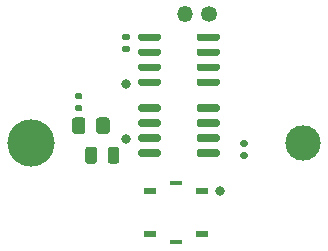
<source format=gbr>
%TF.GenerationSoftware,KiCad,Pcbnew,(5.1.12)-1*%
%TF.CreationDate,2022-04-14T16:35:20-05:00*%
%TF.ProjectId,bone_stim_pulsed_v3,626f6e65-5f73-4746-996d-5f70756c7365,rev?*%
%TF.SameCoordinates,Original*%
%TF.FileFunction,Soldermask,Top*%
%TF.FilePolarity,Negative*%
%FSLAX46Y46*%
G04 Gerber Fmt 4.6, Leading zero omitted, Abs format (unit mm)*
G04 Created by KiCad (PCBNEW (5.1.12)-1) date 2022-04-14 16:35:20*
%MOMM*%
%LPD*%
G01*
G04 APERTURE LIST*
%ADD10C,3.000000*%
%ADD11C,4.000000*%
%ADD12R,1.000000X0.600000*%
%ADD13R,1.000000X0.450000*%
%ADD14C,1.350000*%
%ADD15O,1.350000X1.350000*%
%ADD16C,0.800000*%
G04 APERTURE END LIST*
D10*
%TO.C, *%
X142990000Y-86000000D03*
D11*
X120000000Y-86000000D03*
%TD*%
D12*
%TO.C,SW*%
X130000000Y-90000000D03*
X134400000Y-90000000D03*
X134400000Y-93700000D03*
X130000000Y-93700000D03*
D13*
X132200000Y-89325000D03*
X132200000Y-94375000D03*
%TD*%
%TO.C,AT*%
G36*
G01*
X129025000Y-83150000D02*
X129025000Y-82850000D01*
G75*
G02*
X129175000Y-82700000I150000J0D01*
G01*
X130825000Y-82700000D01*
G75*
G02*
X130975000Y-82850000I0J-150000D01*
G01*
X130975000Y-83150000D01*
G75*
G02*
X130825000Y-83300000I-150000J0D01*
G01*
X129175000Y-83300000D01*
G75*
G02*
X129025000Y-83150000I0J150000D01*
G01*
G37*
G36*
G01*
X129025000Y-84420000D02*
X129025000Y-84120000D01*
G75*
G02*
X129175000Y-83970000I150000J0D01*
G01*
X130825000Y-83970000D01*
G75*
G02*
X130975000Y-84120000I0J-150000D01*
G01*
X130975000Y-84420000D01*
G75*
G02*
X130825000Y-84570000I-150000J0D01*
G01*
X129175000Y-84570000D01*
G75*
G02*
X129025000Y-84420000I0J150000D01*
G01*
G37*
G36*
G01*
X129025000Y-85690000D02*
X129025000Y-85390000D01*
G75*
G02*
X129175000Y-85240000I150000J0D01*
G01*
X130825000Y-85240000D01*
G75*
G02*
X130975000Y-85390000I0J-150000D01*
G01*
X130975000Y-85690000D01*
G75*
G02*
X130825000Y-85840000I-150000J0D01*
G01*
X129175000Y-85840000D01*
G75*
G02*
X129025000Y-85690000I0J150000D01*
G01*
G37*
G36*
G01*
X129025000Y-86960000D02*
X129025000Y-86660000D01*
G75*
G02*
X129175000Y-86510000I150000J0D01*
G01*
X130825000Y-86510000D01*
G75*
G02*
X130975000Y-86660000I0J-150000D01*
G01*
X130975000Y-86960000D01*
G75*
G02*
X130825000Y-87110000I-150000J0D01*
G01*
X129175000Y-87110000D01*
G75*
G02*
X129025000Y-86960000I0J150000D01*
G01*
G37*
G36*
G01*
X133975000Y-86960000D02*
X133975000Y-86660000D01*
G75*
G02*
X134125000Y-86510000I150000J0D01*
G01*
X135775000Y-86510000D01*
G75*
G02*
X135925000Y-86660000I0J-150000D01*
G01*
X135925000Y-86960000D01*
G75*
G02*
X135775000Y-87110000I-150000J0D01*
G01*
X134125000Y-87110000D01*
G75*
G02*
X133975000Y-86960000I0J150000D01*
G01*
G37*
G36*
G01*
X133975000Y-85690000D02*
X133975000Y-85390000D01*
G75*
G02*
X134125000Y-85240000I150000J0D01*
G01*
X135775000Y-85240000D01*
G75*
G02*
X135925000Y-85390000I0J-150000D01*
G01*
X135925000Y-85690000D01*
G75*
G02*
X135775000Y-85840000I-150000J0D01*
G01*
X134125000Y-85840000D01*
G75*
G02*
X133975000Y-85690000I0J150000D01*
G01*
G37*
G36*
G01*
X133975000Y-84420000D02*
X133975000Y-84120000D01*
G75*
G02*
X134125000Y-83970000I150000J0D01*
G01*
X135775000Y-83970000D01*
G75*
G02*
X135925000Y-84120000I0J-150000D01*
G01*
X135925000Y-84420000D01*
G75*
G02*
X135775000Y-84570000I-150000J0D01*
G01*
X134125000Y-84570000D01*
G75*
G02*
X133975000Y-84420000I0J150000D01*
G01*
G37*
G36*
G01*
X133975000Y-83150000D02*
X133975000Y-82850000D01*
G75*
G02*
X134125000Y-82700000I150000J0D01*
G01*
X135775000Y-82700000D01*
G75*
G02*
X135925000Y-82850000I0J-150000D01*
G01*
X135925000Y-83150000D01*
G75*
G02*
X135775000Y-83300000I-150000J0D01*
G01*
X134125000Y-83300000D01*
G75*
G02*
X133975000Y-83150000I0J150000D01*
G01*
G37*
%TD*%
%TO.C,C1*%
G36*
G01*
X124550000Y-87475000D02*
X124550000Y-86525000D01*
G75*
G02*
X124800000Y-86275000I250000J0D01*
G01*
X125300000Y-86275000D01*
G75*
G02*
X125550000Y-86525000I0J-250000D01*
G01*
X125550000Y-87475000D01*
G75*
G02*
X125300000Y-87725000I-250000J0D01*
G01*
X124800000Y-87725000D01*
G75*
G02*
X124550000Y-87475000I0J250000D01*
G01*
G37*
G36*
G01*
X126450000Y-87475000D02*
X126450000Y-86525000D01*
G75*
G02*
X126700000Y-86275000I250000J0D01*
G01*
X127200000Y-86275000D01*
G75*
G02*
X127450000Y-86525000I0J-250000D01*
G01*
X127450000Y-87475000D01*
G75*
G02*
X127200000Y-87725000I-250000J0D01*
G01*
X126700000Y-87725000D01*
G75*
G02*
X126450000Y-87475000I0J250000D01*
G01*
G37*
%TD*%
%TO.C,Led*%
G36*
G01*
X126625000Y-84049999D02*
X126625000Y-84950001D01*
G75*
G02*
X126375001Y-85200000I-249999J0D01*
G01*
X125724999Y-85200000D01*
G75*
G02*
X125475000Y-84950001I0J249999D01*
G01*
X125475000Y-84049999D01*
G75*
G02*
X125724999Y-83800000I249999J0D01*
G01*
X126375001Y-83800000D01*
G75*
G02*
X126625000Y-84049999I0J-249999D01*
G01*
G37*
G36*
G01*
X124575000Y-84049999D02*
X124575000Y-84950001D01*
G75*
G02*
X124325001Y-85200000I-249999J0D01*
G01*
X123674999Y-85200000D01*
G75*
G02*
X123425000Y-84950001I0J249999D01*
G01*
X123425000Y-84049999D01*
G75*
G02*
X123674999Y-83800000I249999J0D01*
G01*
X124325001Y-83800000D01*
G75*
G02*
X124575000Y-84049999I0J-249999D01*
G01*
G37*
%TD*%
%TO.C,LM*%
G36*
G01*
X133975000Y-77150000D02*
X133975000Y-76850000D01*
G75*
G02*
X134125000Y-76700000I150000J0D01*
G01*
X135775000Y-76700000D01*
G75*
G02*
X135925000Y-76850000I0J-150000D01*
G01*
X135925000Y-77150000D01*
G75*
G02*
X135775000Y-77300000I-150000J0D01*
G01*
X134125000Y-77300000D01*
G75*
G02*
X133975000Y-77150000I0J150000D01*
G01*
G37*
G36*
G01*
X133975000Y-78420000D02*
X133975000Y-78120000D01*
G75*
G02*
X134125000Y-77970000I150000J0D01*
G01*
X135775000Y-77970000D01*
G75*
G02*
X135925000Y-78120000I0J-150000D01*
G01*
X135925000Y-78420000D01*
G75*
G02*
X135775000Y-78570000I-150000J0D01*
G01*
X134125000Y-78570000D01*
G75*
G02*
X133975000Y-78420000I0J150000D01*
G01*
G37*
G36*
G01*
X133975000Y-79690000D02*
X133975000Y-79390000D01*
G75*
G02*
X134125000Y-79240000I150000J0D01*
G01*
X135775000Y-79240000D01*
G75*
G02*
X135925000Y-79390000I0J-150000D01*
G01*
X135925000Y-79690000D01*
G75*
G02*
X135775000Y-79840000I-150000J0D01*
G01*
X134125000Y-79840000D01*
G75*
G02*
X133975000Y-79690000I0J150000D01*
G01*
G37*
G36*
G01*
X133975000Y-80960000D02*
X133975000Y-80660000D01*
G75*
G02*
X134125000Y-80510000I150000J0D01*
G01*
X135775000Y-80510000D01*
G75*
G02*
X135925000Y-80660000I0J-150000D01*
G01*
X135925000Y-80960000D01*
G75*
G02*
X135775000Y-81110000I-150000J0D01*
G01*
X134125000Y-81110000D01*
G75*
G02*
X133975000Y-80960000I0J150000D01*
G01*
G37*
G36*
G01*
X129025000Y-80960000D02*
X129025000Y-80660000D01*
G75*
G02*
X129175000Y-80510000I150000J0D01*
G01*
X130825000Y-80510000D01*
G75*
G02*
X130975000Y-80660000I0J-150000D01*
G01*
X130975000Y-80960000D01*
G75*
G02*
X130825000Y-81110000I-150000J0D01*
G01*
X129175000Y-81110000D01*
G75*
G02*
X129025000Y-80960000I0J150000D01*
G01*
G37*
G36*
G01*
X129025000Y-79690000D02*
X129025000Y-79390000D01*
G75*
G02*
X129175000Y-79240000I150000J0D01*
G01*
X130825000Y-79240000D01*
G75*
G02*
X130975000Y-79390000I0J-150000D01*
G01*
X130975000Y-79690000D01*
G75*
G02*
X130825000Y-79840000I-150000J0D01*
G01*
X129175000Y-79840000D01*
G75*
G02*
X129025000Y-79690000I0J150000D01*
G01*
G37*
G36*
G01*
X129025000Y-78420000D02*
X129025000Y-78120000D01*
G75*
G02*
X129175000Y-77970000I150000J0D01*
G01*
X130825000Y-77970000D01*
G75*
G02*
X130975000Y-78120000I0J-150000D01*
G01*
X130975000Y-78420000D01*
G75*
G02*
X130825000Y-78570000I-150000J0D01*
G01*
X129175000Y-78570000D01*
G75*
G02*
X129025000Y-78420000I0J150000D01*
G01*
G37*
G36*
G01*
X129025000Y-77150000D02*
X129025000Y-76850000D01*
G75*
G02*
X129175000Y-76700000I150000J0D01*
G01*
X130825000Y-76700000D01*
G75*
G02*
X130975000Y-76850000I0J-150000D01*
G01*
X130975000Y-77150000D01*
G75*
G02*
X130825000Y-77300000I-150000J0D01*
G01*
X129175000Y-77300000D01*
G75*
G02*
X129025000Y-77150000I0J150000D01*
G01*
G37*
%TD*%
%TO.C,R1*%
G36*
G01*
X123815000Y-81730000D02*
X124185000Y-81730000D01*
G75*
G02*
X124320000Y-81865000I0J-135000D01*
G01*
X124320000Y-82135000D01*
G75*
G02*
X124185000Y-82270000I-135000J0D01*
G01*
X123815000Y-82270000D01*
G75*
G02*
X123680000Y-82135000I0J135000D01*
G01*
X123680000Y-81865000D01*
G75*
G02*
X123815000Y-81730000I135000J0D01*
G01*
G37*
G36*
G01*
X123815000Y-82750000D02*
X124185000Y-82750000D01*
G75*
G02*
X124320000Y-82885000I0J-135000D01*
G01*
X124320000Y-83155000D01*
G75*
G02*
X124185000Y-83290000I-135000J0D01*
G01*
X123815000Y-83290000D01*
G75*
G02*
X123680000Y-83155000I0J135000D01*
G01*
X123680000Y-82885000D01*
G75*
G02*
X123815000Y-82750000I135000J0D01*
G01*
G37*
%TD*%
%TO.C,R2*%
G36*
G01*
X138185000Y-86270000D02*
X137815000Y-86270000D01*
G75*
G02*
X137680000Y-86135000I0J135000D01*
G01*
X137680000Y-85865000D01*
G75*
G02*
X137815000Y-85730000I135000J0D01*
G01*
X138185000Y-85730000D01*
G75*
G02*
X138320000Y-85865000I0J-135000D01*
G01*
X138320000Y-86135000D01*
G75*
G02*
X138185000Y-86270000I-135000J0D01*
G01*
G37*
G36*
G01*
X138185000Y-87290000D02*
X137815000Y-87290000D01*
G75*
G02*
X137680000Y-87155000I0J135000D01*
G01*
X137680000Y-86885000D01*
G75*
G02*
X137815000Y-86750000I135000J0D01*
G01*
X138185000Y-86750000D01*
G75*
G02*
X138320000Y-86885000I0J-135000D01*
G01*
X138320000Y-87155000D01*
G75*
G02*
X138185000Y-87290000I-135000J0D01*
G01*
G37*
%TD*%
%TO.C,R3*%
G36*
G01*
X128185000Y-78290000D02*
X127815000Y-78290000D01*
G75*
G02*
X127680000Y-78155000I0J135000D01*
G01*
X127680000Y-77885000D01*
G75*
G02*
X127815000Y-77750000I135000J0D01*
G01*
X128185000Y-77750000D01*
G75*
G02*
X128320000Y-77885000I0J-135000D01*
G01*
X128320000Y-78155000D01*
G75*
G02*
X128185000Y-78290000I-135000J0D01*
G01*
G37*
G36*
G01*
X128185000Y-77270000D02*
X127815000Y-77270000D01*
G75*
G02*
X127680000Y-77135000I0J135000D01*
G01*
X127680000Y-76865000D01*
G75*
G02*
X127815000Y-76730000I135000J0D01*
G01*
X128185000Y-76730000D01*
G75*
G02*
X128320000Y-76865000I0J-135000D01*
G01*
X128320000Y-77135000D01*
G75*
G02*
X128185000Y-77270000I-135000J0D01*
G01*
G37*
%TD*%
D14*
%TO.C, *%
X135000000Y-75000000D03*
D15*
X133000000Y-75000000D03*
%TD*%
D16*
X128000000Y-85600000D03*
X128000000Y-81000000D03*
X136000000Y-90000000D03*
M02*

</source>
